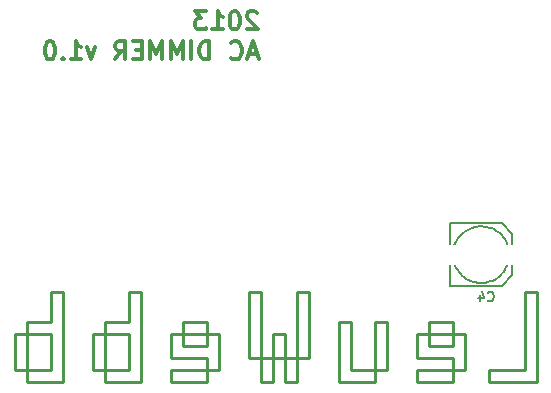
<source format=gbo>
G04 (created by PCBNEW-RS274X (2012-01-19 BZR 3256)-stable) date 3/25/2013 8:12:10 PM*
G01*
G70*
G90*
%MOIN*%
G04 Gerber Fmt 3.4, Leading zero omitted, Abs format*
%FSLAX34Y34*%
G04 APERTURE LIST*
%ADD10C,0.006000*%
%ADD11C,0.012000*%
%ADD12C,0.010000*%
%ADD13C,0.008000*%
%ADD14C,0.160000*%
%ADD15R,0.084000X0.084000*%
%ADD16C,0.084000*%
%ADD17O,0.104000X0.179000*%
%ADD18R,0.122100X0.066900*%
G04 APERTURE END LIST*
G54D10*
G54D11*
X18528Y-16450D02*
X18499Y-16421D01*
X18442Y-16393D01*
X18299Y-16393D01*
X18242Y-16421D01*
X18213Y-16450D01*
X18185Y-16507D01*
X18185Y-16564D01*
X18213Y-16650D01*
X18556Y-16993D01*
X18185Y-16993D01*
X17814Y-16393D02*
X17757Y-16393D01*
X17700Y-16421D01*
X17671Y-16450D01*
X17642Y-16507D01*
X17614Y-16621D01*
X17614Y-16764D01*
X17642Y-16879D01*
X17671Y-16936D01*
X17700Y-16964D01*
X17757Y-16993D01*
X17814Y-16993D01*
X17871Y-16964D01*
X17900Y-16936D01*
X17928Y-16879D01*
X17957Y-16764D01*
X17957Y-16621D01*
X17928Y-16507D01*
X17900Y-16450D01*
X17871Y-16421D01*
X17814Y-16393D01*
X17043Y-16993D02*
X17386Y-16993D01*
X17214Y-16993D02*
X17214Y-16393D01*
X17271Y-16479D01*
X17329Y-16536D01*
X17386Y-16564D01*
X16843Y-16393D02*
X16472Y-16393D01*
X16672Y-16621D01*
X16586Y-16621D01*
X16529Y-16650D01*
X16500Y-16679D01*
X16472Y-16736D01*
X16472Y-16879D01*
X16500Y-16936D01*
X16529Y-16964D01*
X16586Y-16993D01*
X16758Y-16993D01*
X16815Y-16964D01*
X16843Y-16936D01*
X18543Y-17821D02*
X18257Y-17821D01*
X18600Y-17993D02*
X18400Y-17393D01*
X18200Y-17993D01*
X17657Y-17936D02*
X17686Y-17964D01*
X17772Y-17993D01*
X17829Y-17993D01*
X17914Y-17964D01*
X17972Y-17907D01*
X18000Y-17850D01*
X18029Y-17736D01*
X18029Y-17650D01*
X18000Y-17536D01*
X17972Y-17479D01*
X17914Y-17421D01*
X17829Y-17393D01*
X17772Y-17393D01*
X17686Y-17421D01*
X17657Y-17450D01*
X16943Y-17993D02*
X16943Y-17393D01*
X16800Y-17393D01*
X16715Y-17421D01*
X16657Y-17479D01*
X16629Y-17536D01*
X16600Y-17650D01*
X16600Y-17736D01*
X16629Y-17850D01*
X16657Y-17907D01*
X16715Y-17964D01*
X16800Y-17993D01*
X16943Y-17993D01*
X16343Y-17993D02*
X16343Y-17393D01*
X16057Y-17993D02*
X16057Y-17393D01*
X15857Y-17821D01*
X15657Y-17393D01*
X15657Y-17993D01*
X15371Y-17993D02*
X15371Y-17393D01*
X15171Y-17821D01*
X14971Y-17393D01*
X14971Y-17993D01*
X14685Y-17679D02*
X14485Y-17679D01*
X14399Y-17993D02*
X14685Y-17993D01*
X14685Y-17393D01*
X14399Y-17393D01*
X13799Y-17993D02*
X13999Y-17707D01*
X14142Y-17993D02*
X14142Y-17393D01*
X13914Y-17393D01*
X13856Y-17421D01*
X13828Y-17450D01*
X13799Y-17507D01*
X13799Y-17593D01*
X13828Y-17650D01*
X13856Y-17679D01*
X13914Y-17707D01*
X14142Y-17707D01*
X13142Y-17593D02*
X12999Y-17993D01*
X12857Y-17593D01*
X12314Y-17993D02*
X12657Y-17993D01*
X12485Y-17993D02*
X12485Y-17393D01*
X12542Y-17479D01*
X12600Y-17536D01*
X12657Y-17564D01*
X12057Y-17936D02*
X12029Y-17964D01*
X12057Y-17993D01*
X12086Y-17964D01*
X12057Y-17936D01*
X12057Y-17993D01*
X11657Y-17393D02*
X11600Y-17393D01*
X11543Y-17421D01*
X11514Y-17450D01*
X11485Y-17507D01*
X11457Y-17621D01*
X11457Y-17764D01*
X11485Y-17879D01*
X11514Y-17936D01*
X11543Y-17964D01*
X11600Y-17993D01*
X11657Y-17993D01*
X11714Y-17964D01*
X11743Y-17936D01*
X11771Y-17879D01*
X11800Y-17764D01*
X11800Y-17621D01*
X11771Y-17507D01*
X11743Y-17450D01*
X11714Y-17421D01*
X11657Y-17393D01*
G54D12*
X26250Y-28350D02*
X26250Y-28750D01*
X10450Y-27150D02*
X11650Y-27150D01*
X11650Y-27150D02*
X11650Y-28350D01*
X11650Y-28350D02*
X10450Y-28350D01*
X10450Y-28350D02*
X10450Y-27150D01*
X12050Y-25750D02*
X12050Y-28750D01*
X12050Y-28750D02*
X10850Y-28750D01*
X10850Y-28750D02*
X10850Y-26750D01*
X10850Y-26750D02*
X11650Y-26750D01*
X11650Y-26750D02*
X11650Y-25750D01*
X11650Y-25750D02*
X12050Y-25750D01*
X13050Y-27150D02*
X13050Y-28350D01*
X13050Y-28350D02*
X14250Y-28350D01*
X14250Y-28350D02*
X14250Y-27150D01*
X14250Y-27150D02*
X13050Y-27150D01*
X14650Y-25750D02*
X14650Y-28750D01*
X14650Y-28750D02*
X13450Y-28750D01*
X13450Y-28750D02*
X13450Y-26750D01*
X13450Y-26750D02*
X14250Y-26750D01*
X14250Y-26750D02*
X14250Y-25750D01*
X14250Y-25750D02*
X14650Y-25750D01*
X16850Y-26750D02*
X16850Y-27550D01*
X16850Y-27550D02*
X16050Y-27550D01*
X16050Y-27550D02*
X16050Y-26750D01*
X16050Y-26750D02*
X16850Y-26750D01*
X17250Y-28350D02*
X15650Y-28350D01*
X15650Y-28350D02*
X15650Y-28750D01*
X15650Y-28750D02*
X16850Y-28750D01*
X16850Y-28750D02*
X16850Y-27950D01*
X16850Y-27950D02*
X15650Y-27950D01*
X15650Y-27950D02*
X15650Y-27150D01*
X15650Y-27150D02*
X17250Y-27150D01*
X17250Y-27150D02*
X17250Y-28350D01*
X18250Y-25750D02*
X18250Y-27950D01*
X18650Y-25750D02*
X18650Y-28750D01*
X19850Y-25750D02*
X19850Y-27950D01*
X20250Y-25750D02*
X20250Y-27950D01*
X18650Y-25750D02*
X18250Y-25750D01*
X20250Y-25750D02*
X19850Y-25750D01*
X27850Y-25950D02*
X27850Y-25750D01*
X27850Y-25750D02*
X27450Y-25750D01*
X27450Y-25750D02*
X27450Y-25950D01*
X18250Y-27950D02*
X19850Y-27950D01*
X18650Y-28750D02*
X19050Y-28750D01*
X19050Y-28750D02*
X19050Y-27150D01*
X19050Y-27150D02*
X19450Y-27150D01*
X19450Y-27150D02*
X19450Y-28750D01*
X19450Y-28750D02*
X19850Y-28750D01*
X19850Y-28750D02*
X19850Y-27950D01*
X19850Y-27950D02*
X20250Y-27950D01*
X22850Y-28350D02*
X21650Y-28350D01*
X21650Y-28350D02*
X21650Y-26750D01*
X21650Y-26750D02*
X21250Y-26750D01*
X21250Y-26750D02*
X21250Y-28750D01*
X21250Y-28750D02*
X22450Y-28750D01*
X22450Y-28750D02*
X22450Y-26750D01*
X22450Y-26750D02*
X22850Y-26750D01*
X22850Y-26750D02*
X22850Y-28350D01*
X23850Y-27150D02*
X23850Y-27950D01*
X25450Y-27150D02*
X25450Y-28350D01*
X23850Y-27150D02*
X25450Y-27150D01*
X25450Y-28350D02*
X23850Y-28350D01*
X23850Y-28350D02*
X23850Y-28750D01*
X23850Y-28750D02*
X25050Y-28750D01*
X25050Y-28750D02*
X25050Y-27950D01*
X25050Y-27950D02*
X23850Y-27950D01*
X25050Y-26750D02*
X24250Y-26750D01*
X24250Y-26750D02*
X24250Y-27350D01*
X24250Y-27350D02*
X24250Y-27550D01*
X24250Y-27550D02*
X25050Y-27550D01*
X25050Y-27550D02*
X25050Y-26750D01*
X27450Y-25950D02*
X27450Y-28350D01*
X27450Y-28350D02*
X26250Y-28350D01*
X26250Y-28750D02*
X27850Y-28750D01*
X27850Y-28750D02*
X27850Y-25950D01*
G54D13*
X26688Y-23457D02*
X24957Y-23457D01*
X24957Y-23457D02*
X24957Y-24067D01*
X24957Y-24067D02*
X24957Y-24933D01*
X24957Y-24933D02*
X24957Y-25543D01*
X24957Y-25543D02*
X26688Y-25543D01*
X27043Y-25188D02*
X27043Y-24933D01*
X27043Y-24933D02*
X27043Y-24067D01*
X27043Y-24067D02*
X27043Y-23812D01*
X27043Y-23812D02*
X26688Y-23457D01*
X26688Y-25543D02*
X27043Y-25188D01*
X26865Y-24126D02*
X26829Y-24052D01*
X26787Y-23981D01*
X26739Y-23915D01*
X26685Y-23853D01*
X26626Y-23795D01*
X26562Y-23743D01*
X26494Y-23697D01*
X26422Y-23657D01*
X26347Y-23624D01*
X26269Y-23597D01*
X26189Y-23577D01*
X26108Y-23564D01*
X26026Y-23558D01*
X25945Y-23559D01*
X25863Y-23568D01*
X25782Y-23583D01*
X25703Y-23606D01*
X25626Y-23635D01*
X25552Y-23671D01*
X25481Y-23713D01*
X25415Y-23761D01*
X25353Y-23815D01*
X25295Y-23874D01*
X25243Y-23938D01*
X25197Y-24006D01*
X25157Y-24078D01*
X25135Y-24126D01*
X25135Y-24126D02*
X25106Y-24203D01*
X25083Y-24282D01*
X25068Y-24363D01*
X25059Y-24445D01*
X25058Y-24526D01*
X25064Y-24608D01*
X25077Y-24689D01*
X25097Y-24769D01*
X25124Y-24847D01*
X25134Y-24872D01*
X25135Y-24874D02*
X25171Y-24948D01*
X25213Y-25019D01*
X25261Y-25085D01*
X25315Y-25147D01*
X25374Y-25205D01*
X25438Y-25257D01*
X25506Y-25303D01*
X25578Y-25343D01*
X25653Y-25376D01*
X25731Y-25403D01*
X25811Y-25423D01*
X25892Y-25436D01*
X25974Y-25442D01*
X26055Y-25441D01*
X26137Y-25432D01*
X26218Y-25417D01*
X26297Y-25394D01*
X26374Y-25365D01*
X26448Y-25329D01*
X26519Y-25287D01*
X26585Y-25239D01*
X26647Y-25185D01*
X26705Y-25126D01*
X26757Y-25062D01*
X26803Y-24994D01*
X26843Y-24922D01*
X26865Y-24874D01*
X26865Y-24874D02*
X26894Y-24797D01*
X26917Y-24718D01*
X26932Y-24637D01*
X26941Y-24555D01*
X26942Y-24474D01*
X26936Y-24392D01*
X26923Y-24311D01*
X26903Y-24231D01*
X26876Y-24153D01*
X26866Y-24128D01*
G54D10*
X26224Y-26022D02*
X26239Y-26037D01*
X26285Y-26053D01*
X26315Y-26053D01*
X26361Y-26037D01*
X26392Y-26007D01*
X26407Y-25976D01*
X26422Y-25915D01*
X26422Y-25870D01*
X26407Y-25809D01*
X26392Y-25778D01*
X26361Y-25748D01*
X26315Y-25733D01*
X26285Y-25733D01*
X26239Y-25748D01*
X26224Y-25763D01*
X25950Y-25839D02*
X25950Y-26053D01*
X26026Y-25717D02*
X26102Y-25946D01*
X25904Y-25946D01*
%LPC*%
G54D14*
X34500Y-22500D03*
X17000Y-22500D03*
G54D15*
X37000Y-26000D03*
G54D16*
X38000Y-26000D03*
X39000Y-26000D03*
X37000Y-27000D03*
X38000Y-27000D03*
X39000Y-27000D03*
G54D15*
X39000Y-19000D03*
G54D16*
X38000Y-19000D03*
X37000Y-19000D03*
X39000Y-18000D03*
X38000Y-18000D03*
X37000Y-18000D03*
G54D17*
X27280Y-22250D03*
X25720Y-22250D03*
G54D18*
X26866Y-24500D03*
X25134Y-24500D03*
M02*

</source>
